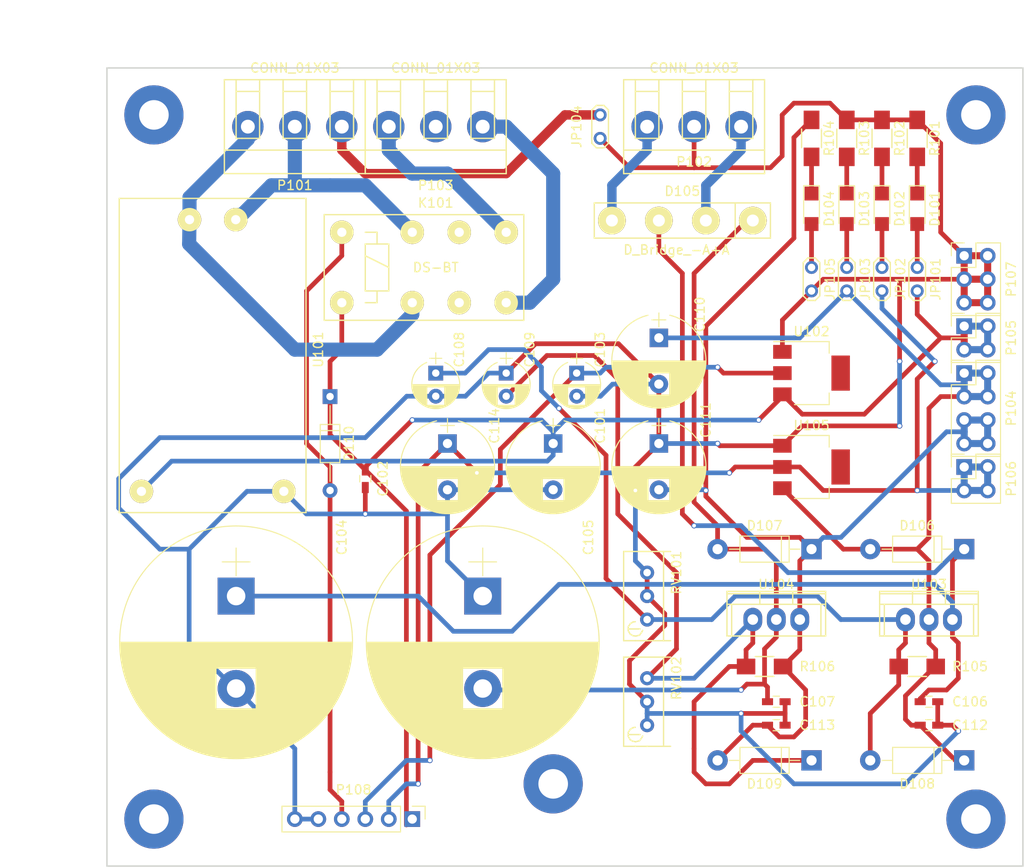
<source format=kicad_pcb>
(kicad_pcb (version 4) (host pcbnew 4.0.4+e1-6308~48~ubuntu15.10.1-stable)
  (layers (0 F.Cu signal) (31 B.Cu signal) (34 B.Paste user) (35 F.Paste user) (36 B.SilkS user) (37 F.SilkS user) (38 B.Mask user) (39 F.Mask user) (44 Edge.Cuts user))
  (net 0 "")
  (net 1 GND)
  (net 2 +5P)
  (net 3 +7.2V)
  (net 4 -7.2V)
  (net 5 +3V3)
  (net 6 +5V)
  (net 7 "Net-(D101-Pad2)")
  (net 8 "Net-(D101-Pad1)")
  (net 9 "Net-(D102-Pad2)")
  (net 10 "Net-(D102-Pad1)")
  (net 11 "Net-(D103-Pad2)")
  (net 12 "Net-(D103-Pad1)")
  (net 13 "Net-(D104-Pad2)")
  (net 14 "Net-(D104-Pad1)")
  (net 15 /K-AlimPreamp)
  (net 16 /Torique_0_Orange)
  (net 17 /Torique_9_Red)
  (net 18 /Terre)
  (net 19 /Phase)
  (net 20 /Torique_115_Brown)
  (net 21 /Neutre)
  (net 22 /Torique_0_Blue)
  (net 23 "Net-(C104-Pad1)")
  (net 24 "Net-(C105-Pad2)")
  (net 25 "Net-(C108-Pad1)")
  (net 26 "Net-(C109-Pad2)")
  (module franck:CONN_AK350_03_5.08 (layer F.Cu) (at 134.62 49.53 180)
    (fp_text reference P102 (at 5.08 -3.81 180) (layer F.SilkS))
    (fp_text value CONN_01X03 (at 5.08 6.35 180) (layer F.SilkS))
    (pad 1 thru_hole circle (at 0 0 180) (size 3.4 3.4) (drill 1.5) (layers *.Cu *.Mask) (net 16 /Torique_0_Orange))
    (pad 2 thru_hole circle (at 5.08 0 180) (size 3.4 3.4) (drill 1.5) (layers *.Cu *.Mask) (net 1 GND))
    (pad 3 thru_hole circle (at 10.16 0 180) (size 3.4 3.4) (drill 1.5) (layers *.Cu *.Mask) (net 17 /Torique_9_Red))
  )
  (module Capacitors_ThroughHole:CP_Radial_D25.0mm_P10.00mm_SnapIn (layer F.Cu) (at 80.01 100.33 270)
    (fp_text reference C104 (at -6.35 -11.43 270) (layer F.SilkS))
    (fp_text value 10000uF)
    (pad 1 thru_hole rect (at 0 0 270) (size 4 4) (drill 2) (layers *.Cu *.Mask) (net 23 "Net-(C104-Pad1)"))
    (pad 2 thru_hole circle (at 10 0 270) (size 4 4) (drill 2) (layers *.Cu *.Mask) (net 1 GND))
  )
  (module Capacitors_ThroughHole:CP_Radial_D25.0mm_P10.00mm_SnapIn (layer F.Cu) (at 106.68 100.33 270)
    (fp_text reference C105 (at -6.35 -11.43 270) (layer F.SilkS))
    (fp_text value 10000uF hide)
    (pad 1 thru_hole rect (at 0 0 270) (size 4 4) (drill 2) (layers *.Cu *.Mask) (net 1 GND))
    (pad 2 thru_hole circle (at 10 0 270) (size 4 4) (drill 2) (layers *.Cu *.Mask) (net 24 "Net-(C105-Pad2)"))
  )
  (module Capacitors_SMD:C_0603_HandSoldering (layer F.Cu) (at 154.94 111.76)
    (fp_text reference C106 (at 4.445 0) (layer F.SilkS))
    (fp_text value 100nF)
    (pad 1 smd rect (at -0.95 0) (size 1.2 0.75) (layers F.Cu F.Paste F.Mask) (net 23 "Net-(C104-Pad1)"))
    (pad 2 smd rect (at 0.95 0) (size 1.2 0.75) (layers F.Cu F.Paste F.Mask) (net 1 GND))
  )
  (module Capacitors_SMD:C_0603_HandSoldering (layer F.Cu) (at 138.43 111.76 180)
    (fp_text reference C107 (at -4.445 0 180) (layer F.SilkS))
    (fp_text value 100nF)
    (pad 1 smd rect (at -0.95 0 180) (size 1.2 0.75) (layers F.Cu F.Paste F.Mask) (net 1 GND))
    (pad 2 smd rect (at 0.95 0 180) (size 1.2 0.75) (layers F.Cu F.Paste F.Mask) (net 24 "Net-(C105-Pad2)"))
  )
  (module Capacitors_ThroughHole:CP_Radial_D10.0mm_P5.00mm (layer F.Cu) (at 114.3 83.82 270)
    (fp_text reference C101 (at -1.905 -5.08 450) (layer F.SilkS))
    (fp_text value 100uF)
    (pad 1 thru_hole rect (at 0 0 270) (size 2 2) (drill 1) (layers *.Cu *.Mask) (net 2 +5P))
    (pad 2 thru_hole circle (at 5 0 270) (size 2 2) (drill 1) (layers *.Cu *.Mask) (net 1 GND))
  )
  (module Capacitors_SMD:C_0603_HandSoldering (layer F.Cu) (at 93.98 87.63 270)
    (fp_text reference C102 (at 0 -1.9 270) (layer F.SilkS))
    (fp_text value 100nF)
    (pad 1 smd rect (at -0.95 0 270) (size 1.2 0.75) (layers F.Cu F.Paste F.Mask) (net 2 +5P))
    (pad 2 smd rect (at 0.95 0 270) (size 1.2 0.75) (layers F.Cu F.Paste F.Mask) (net 1 GND))
  )
  (module Capacitors_ThroughHole:CP_Radial_D5.0mm_P2.50mm (layer F.Cu) (at 101.6 76.2 270)
    (fp_text reference C108 (at -2.54 -2.54 270) (layer F.SilkS))
    (fp_text value 10uF)
    (pad 1 thru_hole rect (at 0 0 270) (size 1.6 1.6) (drill 0.8) (layers *.Cu *.Mask) (net 25 "Net-(C108-Pad1)"))
    (pad 2 thru_hole circle (at 2.5 0 270) (size 1.6 1.6) (drill 0.8) (layers *.Cu *.Mask) (net 1 GND))
  )
  (module Capacitors_ThroughHole:CP_Radial_D5.0mm_P2.50mm (layer F.Cu) (at 109.22 76.2 270)
    (fp_text reference C109 (at -2.54 -2.54 270) (layer F.SilkS))
    (fp_text value 10uF)
    (pad 1 thru_hole rect (at 0 0 270) (size 1.6 1.6) (drill 0.8) (layers *.Cu *.Mask) (net 1 GND))
    (pad 2 thru_hole circle (at 2.5 0 270) (size 1.6 1.6) (drill 0.8) (layers *.Cu *.Mask) (net 26 "Net-(C109-Pad2)"))
  )
  (module Capacitors_ThroughHole:CP_Radial_D10.0mm_P5.00mm (layer F.Cu) (at 125.73 72.39 270)
    (fp_text reference C110 (at -2.54 -4.445 450) (layer F.SilkS))
    (fp_text value 100uF)
    (pad 1 thru_hole rect (at 0 0 270) (size 2 2) (drill 1) (layers *.Cu *.Mask) (net 3 +7.2V))
    (pad 2 thru_hole circle (at 5 0 270) (size 2 2) (drill 1) (layers *.Cu *.Mask) (net 1 GND))
  )
  (module Capacitors_ThroughHole:CP_Radial_D10.0mm_P5.00mm (layer F.Cu) (at 125.73 83.82 270)
    (fp_text reference C111 (at -2.54 -5.08 450) (layer F.SilkS))
    (fp_text value 100uF)
    (pad 1 thru_hole rect (at 0 0 270) (size 2 2) (drill 1) (layers *.Cu *.Mask) (net 1 GND))
    (pad 2 thru_hole circle (at 5 0 270) (size 2 2) (drill 1) (layers *.Cu *.Mask) (net 4 -7.2V))
  )
  (module Capacitors_SMD:C_0603_HandSoldering (layer F.Cu) (at 154.94 114.3)
    (fp_text reference C112 (at 4.445 0) (layer F.SilkS))
    (fp_text value 100nF)
    (pad 1 smd rect (at -0.95 0) (size 1.2 0.75) (layers F.Cu F.Paste F.Mask) (net 3 +7.2V))
    (pad 2 smd rect (at 0.95 0) (size 1.2 0.75) (layers F.Cu F.Paste F.Mask) (net 1 GND))
  )
  (module Capacitors_SMD:C_0603_HandSoldering (layer F.Cu) (at 138.43 114.3 180)
    (fp_text reference C113 (at -4.445 0 180) (layer F.SilkS))
    (fp_text value 100nF)
    (pad 1 smd rect (at -0.95 0 180) (size 1.2 0.75) (layers F.Cu F.Paste F.Mask) (net 1 GND))
    (pad 2 smd rect (at 0.95 0 180) (size 1.2 0.75) (layers F.Cu F.Paste F.Mask) (net 4 -7.2V))
  )
  (module Capacitors_ThroughHole:CP_Radial_D10.0mm_P5.00mm (layer F.Cu) (at 102.87 83.82 270)
    (fp_text reference C114 (at -1.905 -5.08 450) (layer F.SilkS))
    (fp_text value 100uF)
    (pad 1 thru_hole rect (at 0 0 270) (size 2 2) (drill 1) (layers *.Cu *.Mask) (net 6 +5V))
    (pad 2 thru_hole circle (at 5 0 270) (size 2 2) (drill 1) (layers *.Cu *.Mask) (net 1 GND))
  )
  (module LEDs:LED_1206 (layer F.Cu) (at 153.67 58.42 270)
    (fp_text reference D101 (at 0 -1.905 270) (layer F.SilkS))
    (fp_text value LED)
    (pad 2 smd rect (at 1.65 0 90) (size 1.5 1.5) (layers F.Cu F.Paste F.Mask) (net 7 "Net-(D101-Pad2)"))
    (pad 1 smd rect (at -1.65 0 90) (size 1.5 1.5) (layers F.Cu F.Paste F.Mask) (net 8 "Net-(D101-Pad1)"))
  )
  (module LEDs:LED_1206 (layer F.Cu) (at 149.86 58.42 270)
    (fp_text reference D102 (at 0 -1.905 270) (layer F.SilkS))
    (fp_text value LED)
    (pad 2 smd rect (at 1.65 0 90) (size 1.5 1.5) (layers F.Cu F.Paste F.Mask) (net 9 "Net-(D102-Pad2)"))
    (pad 1 smd rect (at -1.65 0 90) (size 1.5 1.5) (layers F.Cu F.Paste F.Mask) (net 10 "Net-(D102-Pad1)"))
  )
  (module LEDs:LED_1206 (layer F.Cu) (at 146.05 58.42 270)
    (fp_text reference D103 (at 0 -1.905 270) (layer F.SilkS))
    (fp_text value LED)
    (pad 2 smd rect (at 1.65 0 90) (size 1.5 1.5) (layers F.Cu F.Paste F.Mask) (net 11 "Net-(D103-Pad2)"))
    (pad 1 smd rect (at -1.65 0 90) (size 1.5 1.5) (layers F.Cu F.Paste F.Mask) (net 12 "Net-(D103-Pad1)"))
  )
  (module LEDs:LED_1206 (layer F.Cu) (at 142.24 58.42 270)
    (fp_text reference D104 (at 0 -1.905 270) (layer F.SilkS))
    (fp_text value LED)
    (pad 2 smd rect (at 1.65 0 90) (size 1.5 1.5) (layers F.Cu F.Paste F.Mask) (net 13 "Net-(D104-Pad2)"))
    (pad 1 smd rect (at -1.65 0 90) (size 1.5 1.5) (layers F.Cu F.Paste F.Mask) (net 14 "Net-(D104-Pad1)"))
  )
  (module Diodes_ThroughHole:D_DO-41_SOD81_P10.16mm_Horizontal (layer F.Cu) (at 142.24 118.11 180)
    (fp_text reference D109 (at 5.08 -2.54 180) (layer F.SilkS))
    (fp_text value 1N4007)
    (pad 1 thru_hole rect (at 0 0 180) (size 2.2 2.2) (drill 1.1) (layers *.Cu *.Mask) (net 26 "Net-(C109-Pad2)"))
    (pad 2 thru_hole oval (at 10.16 0 180) (size 2.2 2.2) (drill 1.1) (layers *.Cu *.Mask) (net 4 -7.2V))
  )
  (module Measurement_Points:Test_Point_2Pads (layer F.Cu) (at 153.67 64.77 270)
    (fp_text reference JP101 (at 1.27 -2 270) (layer F.SilkS))
    (fp_text value JUMPER)
    (pad 1 thru_hole circle (at 0 0 270) (size 1.4 1.4) (drill 0.8128) (layers *.Cu *.Mask) (net 7 "Net-(D101-Pad2)"))
    (pad 2 thru_hole circle (at 2.54 0 270) (size 1.4 1.4) (drill 0.8128) (layers *.Cu *.Mask) (net 2 +5P))
  )
  (module Measurement_Points:Test_Point_2Pads (layer F.Cu) (at 149.86 64.77 270)
    (fp_text reference JP102 (at 1.27 -2 270) (layer F.SilkS))
    (fp_text value JUMPER)
    (pad 1 thru_hole circle (at 0 0 270) (size 1.4 1.4) (drill 0.8128) (layers *.Cu *.Mask) (net 9 "Net-(D102-Pad2)"))
    (pad 2 thru_hole circle (at 2.54 0 270) (size 1.4 1.4) (drill 0.8128) (layers *.Cu *.Mask) (net 6 +5V))
  )
  (module Measurement_Points:Test_Point_2Pads (layer F.Cu) (at 119.38 48.26 270)
    (fp_text reference JP104 (at 1.27 2.54 270) (layer F.SilkS))
    (fp_text value JUMPER)
    (pad 1 thru_hole circle (at 0 0 270) (size 1.4 1.4) (drill 0.8128) (layers *.Cu *.Mask) (net 18 /Terre))
    (pad 2 thru_hole circle (at 2.54 0 270) (size 1.4 1.4) (drill 0.8128) (layers *.Cu *.Mask) (net 1 GND))
  )
  (module Measurement_Points:Test_Point_2Pads (layer F.Cu) (at 146.05 64.77 270)
    (fp_text reference JP103 (at 1.27 -2 270) (layer F.SilkS))
    (fp_text value JUMPER)
    (pad 1 thru_hole circle (at 0 0 270) (size 1.4 1.4) (drill 0.8128) (layers *.Cu *.Mask) (net 11 "Net-(D103-Pad2)"))
    (pad 2 thru_hole circle (at 2.54 0 270) (size 1.4 1.4) (drill 0.8128) (layers *.Cu *.Mask) (net 3 +7.2V))
  )
  (module Measurement_Points:Test_Point_2Pads (layer F.Cu) (at 142.24 64.77 270)
    (fp_text reference JP105 (at 1.27 -2 270) (layer F.SilkS))
    (fp_text value JUMPER)
    (pad 1 thru_hole circle (at 0 0 270) (size 1.4 1.4) (drill 0.8128) (layers *.Cu *.Mask) (net 13 "Net-(D104-Pad2)"))
    (pad 2 thru_hole circle (at 2.54 0 270) (size 1.4 1.4) (drill 0.8128) (layers *.Cu *.Mask) (net 1 GND))
  )
  (module Pin_Headers:Pin_Header_Straight_2x02_Pitch2.54mm (layer F.Cu) (at 158.75 71.12)
    (fp_text reference P105 (at 5.08 1.27 90) (layer F.SilkS))
    (fp_text value CONN_02X02)
    (pad 1 thru_hole rect (at 0 0) (size 1.7 1.7) (drill 1) (layers *.Cu *.Mask) (net 2 +5P))
    (pad 2 thru_hole oval (at 2.54 0) (size 1.7 1.7) (drill 1) (layers *.Cu *.Mask) (net 2 +5P))
    (pad 3 thru_hole oval (at 0 2.54) (size 1.7 1.7) (drill 1) (layers *.Cu *.Mask) (net 2 +5P))
    (pad 4 thru_hole oval (at 2.54 2.54) (size 1.7 1.7) (drill 1) (layers *.Cu *.Mask) (net 2 +5P))
  )
  (module Pin_Headers:Pin_Header_Straight_2x03_Pitch2.54mm (layer F.Cu) (at 158.75 63.5)
    (fp_text reference P107 (at 5.08 2.54 90) (layer F.SilkS))
    (fp_text value CONN_02X03)
    (pad 1 thru_hole rect (at 0 0) (size 1.7 1.7) (drill 1) (layers *.Cu *.Mask) (net 1 GND))
    (pad 2 thru_hole oval (at 2.54 0) (size 1.7 1.7) (drill 1) (layers *.Cu *.Mask) (net 1 GND))
    (pad 3 thru_hole oval (at 0 2.54) (size 1.7 1.7) (drill 1) (layers *.Cu *.Mask) (net 1 GND))
    (pad 4 thru_hole oval (at 2.54 2.54) (size 1.7 1.7) (drill 1) (layers *.Cu *.Mask) (net 1 GND))
    (pad 5 thru_hole oval (at 0 5.08) (size 1.7 1.7) (drill 1) (layers *.Cu *.Mask) (net 1 GND))
    (pad 6 thru_hole oval (at 2.54 5.08) (size 1.7 1.7) (drill 1) (layers *.Cu *.Mask) (net 1 GND))
  )
  (module Resistors_SMD:R_1206_HandSoldering (layer F.Cu) (at 153.67 50.8 90)
    (fp_text reference R101 (at 0 1.905 90) (layer F.SilkS))
    (fp_text value 330)
    (pad 1 smd rect (at -2 0 90) (size 2 1.7) (layers F.Cu F.Paste F.Mask) (net 8 "Net-(D101-Pad1)"))
    (pad 2 smd rect (at 2 0 90) (size 2 1.7) (layers F.Cu F.Paste F.Mask) (net 1 GND))
  )
  (module Resistors_SMD:R_1206_HandSoldering (layer F.Cu) (at 149.86 50.8 90)
    (fp_text reference R102 (at 0 1.905 90) (layer F.SilkS))
    (fp_text value 330)
    (pad 1 smd rect (at -2 0 90) (size 2 1.7) (layers F.Cu F.Paste F.Mask) (net 10 "Net-(D102-Pad1)"))
    (pad 2 smd rect (at 2 0 90) (size 2 1.7) (layers F.Cu F.Paste F.Mask) (net 1 GND))
  )
  (module Resistors_SMD:R_1206_HandSoldering (layer F.Cu) (at 146.05 50.8 90)
    (fp_text reference R103 (at 0 1.905 90) (layer F.SilkS))
    (fp_text value 560)
    (pad 1 smd rect (at -2 0 90) (size 2 1.7) (layers F.Cu F.Paste F.Mask) (net 12 "Net-(D103-Pad1)"))
    (pad 2 smd rect (at 2 0 90) (size 2 1.7) (layers F.Cu F.Paste F.Mask) (net 1 GND))
  )
  (module Resistors_SMD:R_1206_HandSoldering (layer F.Cu) (at 142.24 50.8 90)
    (fp_text reference R104 (at 0 1.905 90) (layer F.SilkS))
    (fp_text value 560)
    (pad 1 smd rect (at -2 0 90) (size 2 1.7) (layers F.Cu F.Paste F.Mask) (net 14 "Net-(D104-Pad1)"))
    (pad 2 smd rect (at 2 0 90) (size 2 1.7) (layers F.Cu F.Paste F.Mask) (net 4 -7.2V))
  )
  (module Resistors_SMD:R_1206_HandSoldering (layer F.Cu) (at 153.67 107.95 180)
    (fp_text reference R105 (at -5.715 0 180) (layer F.SilkS))
    (fp_text value 220)
    (pad 1 smd rect (at -2 0 180) (size 2 1.7) (layers F.Cu F.Paste F.Mask) (net 3 +7.2V))
    (pad 2 smd rect (at 2 0 180) (size 2 1.7) (layers F.Cu F.Paste F.Mask) (net 25 "Net-(C108-Pad1)"))
  )
  (module Resistors_SMD:R_1206_HandSoldering (layer F.Cu) (at 137.16 107.95)
    (fp_text reference R106 (at 5.715 0) (layer F.SilkS))
    (fp_text value 220)
    (pad 1 smd rect (at -2 0) (size 2 1.7) (layers F.Cu F.Paste F.Mask) (net 26 "Net-(C109-Pad2)"))
    (pad 2 smd rect (at 2 0) (size 2 1.7) (layers F.Cu F.Paste F.Mask) (net 4 -7.2V))
  )
  (module Potentiometers:Potentiometer_Bourns_3296W_3-8Zoll_Inline_ScrewUp (layer F.Cu) (at 124.46 102.87)
    (fp_text reference RV101 (at 3.175 -5.08 90) (layer F.SilkS))
    (fp_text value 2.2K)
    (pad 2 thru_hole circle (at 0 -2.54) (size 1.524 1.524) (drill 0.8128) (layers *.Cu *.Mask) (net 1 GND))
    (pad 3 thru_hole circle (at 0 -5.08) (size 1.524 1.524) (drill 0.8128) (layers *.Cu *.Mask) (net 1 GND))
    (pad 1 thru_hole circle (at 0 0) (size 1.524 1.524) (drill 0.8128) (layers *.Cu *.Mask) (net 25 "Net-(C108-Pad1)"))
  )
  (module Potentiometers:Potentiometer_Bourns_3296W_3-8Zoll_Inline_ScrewUp (layer F.Cu) (at 124.46 114.3)
    (fp_text reference RV102 (at 3.175 -5.08 90) (layer F.SilkS))
    (fp_text value 2.2K)
    (pad 2 thru_hole circle (at 0 -2.54) (size 1.524 1.524) (drill 0.8128) (layers *.Cu *.Mask) (net 1 GND))
    (pad 3 thru_hole circle (at 0 -5.08) (size 1.524 1.524) (drill 0.8128) (layers *.Cu *.Mask) (net 26 "Net-(C109-Pad2)"))
    (pad 1 thru_hole circle (at 0 0) (size 1.524 1.524) (drill 0.8128) (layers *.Cu *.Mask) (net 1 GND))
  )
  (module franck:HLK-PM01 (layer F.Cu) (at 77.47 74.295 270)
    (fp_text reference U101 (at -0.635 -11.43 270) (layer F.SilkS))
    (fp_text value HLK-PM01)
    (pad 1 thru_hole circle (at -14.7 -2.5 270) (size 2.54 2.54) (drill 1) (layers *.Cu *.Mask F.SilkS) (net 21 /Neutre))
    (pad 2 thru_hole circle (at -14.7 2.5 270) (size 2.54 2.54) (drill 1) (layers *.Cu *.Mask F.SilkS) (net 19 /Phase))
    (pad 3 thru_hole circle (at 14.7 -7.7 270) (size 2.54 2.54) (drill 1) (layers *.Cu *.Mask F.SilkS) (net 1 GND))
    (pad 4 thru_hole circle (at 14.7 7.7 270) (size 2.54 2.54) (drill 1) (layers *.Cu *.Mask F.SilkS) (net 2 +5P))
  )
  (module Power_Integrations:TO-220 (layer F.Cu) (at 154.94 102.87)
    (fp_text reference U103 (at 0 -3.81) (layer F.SilkS))
    (fp_text value LM317AT/NOPB)
    (pad 2 thru_hole oval (at 0 0) (size 2.032 2.54) (drill 1.143) (layers *.Cu *.Mask) (net 3 +7.2V))
    (pad 3 thru_hole oval (at 2.54 0) (size 2.032 2.54) (drill 1.143) (layers *.Cu *.Mask) (net 23 "Net-(C104-Pad1)"))
    (pad 1 thru_hole oval (at -2.54 0) (size 2.032 2.54) (drill 1.143) (layers *.Cu *.Mask) (net 25 "Net-(C108-Pad1)"))
  )
  (module Power_Integrations:TO-220 (layer F.Cu) (at 138.43 102.87)
    (fp_text reference U104 (at 0 -3.81) (layer F.SilkS))
    (fp_text value LM337T/NOPB)
    (pad 2 thru_hole oval (at 0 0) (size 2.032 2.54) (drill 1.143) (layers *.Cu *.Mask) (net 24 "Net-(C105-Pad2)"))
    (pad 3 thru_hole oval (at 2.54 0) (size 2.032 2.54) (drill 1.143) (layers *.Cu *.Mask) (net 4 -7.2V))
    (pad 1 thru_hole oval (at -2.54 0) (size 2.032 2.54) (drill 1.143) (layers *.Cu *.Mask) (net 26 "Net-(C109-Pad2)"))
  )
  (module TO_SOT_Packages_SMD:SOT-223 (layer F.Cu) (at 142.24 76.2)
    (fp_text reference U102 (at 0 -4.5) (layer F.SilkS))
    (fp_text value AMS117)
    (pad 4 smd rect (at 3.15 0) (size 2 3.8) (layers F.Cu F.Paste F.Mask))
    (pad 2 smd rect (at -3.15 0) (size 2 1.5) (layers F.Cu F.Paste F.Mask) (net 5 +3V3))
    (pad 3 smd rect (at -3.15 2.3) (size 2 1.5) (layers F.Cu F.Paste F.Mask) (net 2 +5P))
    (pad 1 smd rect (at -3.15 -2.3) (size 2 1.5) (layers F.Cu F.Paste F.Mask) (net 1 GND))
  )
  (module TO_SOT_Packages_SMD:SOT-223 (layer F.Cu) (at 142.24 86.36)
    (fp_text reference U105 (at 0 -4.5) (layer F.SilkS))
    (fp_text value LT1117)
    (pad 4 smd rect (at 3.15 0) (size 2 3.8) (layers F.Cu F.Paste F.Mask))
    (pad 2 smd rect (at -3.15 0) (size 2 1.5) (layers F.Cu F.Paste F.Mask) (net 6 +5V))
    (pad 3 smd rect (at -3.15 2.3) (size 2 1.5) (layers F.Cu F.Paste F.Mask) (net 3 +7.2V))
    (pad 1 smd rect (at -3.15 -2.3) (size 2 1.5) (layers F.Cu F.Paste F.Mask) (net 1 GND))
  )
  (module franck:CONN_AK350_03_5.08 (layer F.Cu) (at 91.44 49.53 180)
    (fp_text reference P101 (at 5.08 -6.35 180) (layer F.SilkS))
    (fp_text value CONN_01X03 (at 5.08 6.35 180) (layer F.SilkS))
    (pad 1 thru_hole circle (at 0 0 180) (size 3.4 3.4) (drill 1.5) (layers *.Cu *.Mask) (net 18 /Terre))
    (pad 2 thru_hole circle (at 5.08 0 180) (size 3.4 3.4) (drill 1.5) (layers *.Cu *.Mask) (net 21 /Neutre))
    (pad 3 thru_hole circle (at 10.16 0 180) (size 3.4 3.4) (drill 1.5) (layers *.Cu *.Mask) (net 19 /Phase))
  )
  (module franck:CONN_AK350_03_5.08 (layer F.Cu) (at 106.68 49.53 180)
    (fp_text reference P103 (at 5.08 -6.35 180) (layer F.SilkS))
    (fp_text value CONN_01X03 (at 5.08 6.35 180) (layer F.SilkS))
    (pad 1 thru_hole circle (at 0 0 180) (size 3.4 3.4) (drill 1.5) (layers *.Cu *.Mask) (net 20 /Torique_115_Brown))
    (pad 2 thru_hole circle (at 5.08 0 180) (size 3.4 3.4) (drill 1.5) (layers *.Cu *.Mask))
    (pad 3 thru_hole circle (at 10.16 0 180) (size 3.4 3.4) (drill 1.5) (layers *.Cu *.Mask) (net 22 /Torique_0_Blue))
  )
  (module franck:Relay_DS-BT_Nais (layer F.Cu) (at 91.44 68.58)
    (fp_text reference K101 (at 10.16 -10.795) (layer F.SilkS))
    (fp_text value DS-BT (at 10.16 -3.81) (layer F.SilkS))
    (pad 16 thru_hole circle (at 0 -7.62) (size 2.54 2.54) (drill 1) (layers *.Cu *.Mask F.SilkS) (net 15 /K-AlimPreamp))
    (pad 1 thru_hole circle (at 0 0) (size 2.54 2.54) (drill 1) (layers *.Cu *.Mask F.SilkS) (net 2 +5P))
    (pad 4 thru_hole circle (at 7.62 0) (size 2.54 2.54) (drill 1) (layers *.Cu *.Mask F.SilkS) (net 19 /Phase))
    (pad 6 thru_hole circle (at 12.7 0) (size 2.54 2.54) (drill 1) (layers *.Cu *.Mask F.SilkS))
    (pad 8 thru_hole circle (at 17.78 0) (size 2.54 2.54) (drill 1) (layers *.Cu *.Mask F.SilkS) (net 20 /Torique_115_Brown))
    (pad 13 thru_hole circle (at 7.62 -7.62) (size 2.54 2.54) (drill 1) (layers *.Cu *.Mask F.SilkS) (net 21 /Neutre))
    (pad 11 thru_hole circle (at 12.7 -7.62) (size 2.54 2.54) (drill 1) (layers *.Cu *.Mask F.SilkS))
    (pad 9 thru_hole circle (at 17.78 -7.62) (size 2.54 2.54) (drill 1) (layers *.Cu *.Mask F.SilkS) (net 22 /Torique_0_Blue))
  )
  (module Diodes_ThroughHole:D_DO-35_SOD27_P10.16mm_Horizontal (layer F.Cu) (at 90.17 78.74 270)
    (fp_text reference D110 (at 5.08 -2.06 270) (layer F.SilkS))
    (fp_text value 1N4148)
    (pad 1 thru_hole rect (at 0 0 270) (size 1.6 1.6) (drill 0.8) (layers *.Cu *.Mask) (net 2 +5P))
    (pad 2 thru_hole oval (at 10.16 0 270) (size 1.6 1.6) (drill 0.8) (layers *.Cu *.Mask) (net 15 /K-AlimPreamp))
  )
  (module Diodes_ThroughHole:D_DO-41_SOD81_P10.16mm_Horizontal (layer F.Cu) (at 158.75 95.25 180)
    (fp_text reference D106 (at 5.08 2.54 180) (layer F.SilkS))
    (fp_text value 1N4007)
    (pad 1 thru_hole rect (at 0 0 180) (size 2.2 2.2) (drill 1.1) (layers *.Cu *.Mask) (net 23 "Net-(C104-Pad1)"))
    (pad 2 thru_hole oval (at 10.16 0 180) (size 2.2 2.2) (drill 1.1) (layers *.Cu *.Mask) (net 3 +7.2V))
  )
  (module Diodes_ThroughHole:D_DO-41_SOD81_P10.16mm_Horizontal (layer F.Cu) (at 142.24 95.25 180)
    (fp_text reference D107 (at 5.08 2.54 180) (layer F.SilkS))
    (fp_text value 1N4007)
    (pad 1 thru_hole rect (at 0 0 180) (size 2.2 2.2) (drill 1.1) (layers *.Cu *.Mask) (net 4 -7.2V))
    (pad 2 thru_hole oval (at 10.16 0 180) (size 2.2 2.2) (drill 1.1) (layers *.Cu *.Mask) (net 24 "Net-(C105-Pad2)"))
  )
  (module Diodes_ThroughHole:D_DO-41_SOD81_P10.16mm_Horizontal (layer F.Cu) (at 158.75 118.11 180)
    (fp_text reference D108 (at 5.08 -2.54 180) (layer F.SilkS))
    (fp_text value 1N4007)
    (pad 1 thru_hole rect (at 0 0 180) (size 2.2 2.2) (drill 1.1) (layers *.Cu *.Mask) (net 3 +7.2V))
    (pad 2 thru_hole oval (at 10.16 0 180) (size 2.2 2.2) (drill 1.1) (layers *.Cu *.Mask) (net 25 "Net-(C108-Pad1)"))
  )
  (module franck:Bridge (layer F.Cu) (at 128.27 59.69 180)
    (fp_text reference D105 (at 0 3.175 180) (layer F.SilkS))
    (fp_text value D_Bridge_-A+A (at 0.635 -3.175 180) (layer F.SilkS))
    (pad 1 thru_hole circle (at -7.62 0 180) (size 3 3) (drill 1.3) (layers *.Cu *.Mask F.SilkS) (net 24 "Net-(C105-Pad2)"))
    (pad 2 thru_hole circle (at -2.54 0 180) (size 3 3) (drill 1.3) (layers *.Cu *.Mask F.SilkS) (net 16 /Torique_0_Orange))
    (pad 3 thru_hole circle (at 2.54 0 180) (size 3 3) (drill 1.3) (layers *.Cu *.Mask F.SilkS) (net 23 "Net-(C104-Pad1)"))
    (pad 4 thru_hole circle (at 7.62 0 180) (size 3 3) (drill 1.3) (layers *.Cu *.Mask F.SilkS) (net 17 /Torique_9_Red))
  )
  (module Capacitors_ThroughHole:CP_Radial_D5.0mm_P2.50mm (layer F.Cu) (at 116.84 76.2 270)
    (fp_text reference C103 (at -2.54 -2.54 270) (layer F.SilkS))
    (fp_text value 10uF)
    (pad 1 thru_hole rect (at 0 0 270) (size 1.6 1.6) (drill 0.8) (layers *.Cu *.Mask) (net 5 +3V3))
    (pad 2 thru_hole circle (at 2.5 0 270) (size 1.6 1.6) (drill 0.8) (layers *.Cu *.Mask) (net 1 GND))
  )
  (module Pin_Headers:Pin_Header_Straight_2x04_Pitch2.54mm (layer F.Cu) (at 158.75 76.2)
    (fp_text reference P104 (at 5.08 3.81 90) (layer F.SilkS))
    (fp_text value CONN_02X04)
    (pad 1 thru_hole rect (at 0 0) (size 1.7 1.7) (drill 1) (layers *.Cu *.Mask) (net 3 +7.2V))
    (pad 2 thru_hole oval (at 2.54 0) (size 1.7 1.7) (drill 1) (layers *.Cu *.Mask) (net 3 +7.2V))
    (pad 3 thru_hole oval (at 0 2.54) (size 1.7 1.7) (drill 1) (layers *.Cu *.Mask) (net 3 +7.2V))
    (pad 4 thru_hole oval (at 2.54 2.54) (size 1.7 1.7) (drill 1) (layers *.Cu *.Mask) (net 3 +7.2V))
    (pad 5 thru_hole oval (at 0 5.08) (size 1.7 1.7) (drill 1) (layers *.Cu *.Mask) (net 4 -7.2V))
    (pad 6 thru_hole oval (at 2.54 5.08) (size 1.7 1.7) (drill 1) (layers *.Cu *.Mask) (net 4 -7.2V))
    (pad 7 thru_hole oval (at 0 7.62) (size 1.7 1.7) (drill 1) (layers *.Cu *.Mask) (net 4 -7.2V))
    (pad 8 thru_hole oval (at 2.54 7.62) (size 1.7 1.7) (drill 1) (layers *.Cu *.Mask) (net 4 -7.2V))
  )
  (module Pin_Headers:Pin_Header_Straight_2x02_Pitch2.54mm (layer F.Cu) (at 158.75 86.36)
    (fp_text reference P106 (at 5.08 1.27 90) (layer F.SilkS))
    (fp_text value CONN_02X02)
    (pad 1 thru_hole rect (at 0 0) (size 1.7 1.7) (drill 1) (layers *.Cu *.Mask) (net 6 +5V))
    (pad 2 thru_hole oval (at 2.54 0) (size 1.7 1.7) (drill 1) (layers *.Cu *.Mask) (net 6 +5V))
    (pad 3 thru_hole oval (at 0 2.54) (size 1.7 1.7) (drill 1) (layers *.Cu *.Mask) (net 6 +5V))
    (pad 4 thru_hole oval (at 2.54 2.54) (size 1.7 1.7) (drill 1) (layers *.Cu *.Mask) (net 6 +5V))
  )
  (module Pin_Headers:Pin_Header_Straight_1x06_Pitch2.54mm (layer F.Cu) (at 99.06 124.46 270)
    (fp_text reference P108 (at -3.175 6.35 360) (layer F.SilkS))
    (fp_text value CONN_01X06)
    (pad 1 thru_hole rect (at 0 0 270) (size 1.7 1.7) (drill 1) (layers *.Cu *.Mask) (net 2 +5P))
    (pad 2 thru_hole oval (at 0 2.54 270) (size 1.7 1.7) (drill 1) (layers *.Cu *.Mask) (net 6 +5V))
    (pad 3 thru_hole oval (at 0 5.08 270) (size 1.7 1.7) (drill 1) (layers *.Cu *.Mask) (net 5 +3V3))
    (pad 4 thru_hole oval (at 0 7.62 270) (size 1.7 1.7) (drill 1) (layers *.Cu *.Mask) (net 15 /K-AlimPreamp))
    (pad 5 thru_hole oval (at 0 10.16 270) (size 1.7 1.7) (drill 1) (layers *.Cu *.Mask) (net 1 GND))
    (pad 6 thru_hole oval (at 0 12.7 270) (size 1.7 1.7) (drill 1) (layers *.Cu *.Mask) (net 1 GND))
  )
  (module Mounting_Holes:MountingHole_3.2mm_M3_Pad (layer F.Cu) (at 71.12 48.26)
    (fp_text reference REF** hide)
    (fp_text value MountingHole_3.2mm_M3_Pad hide)
    (pad 1 thru_hole circle (at 0 0) (size 6.4 6.4) (drill 3.2) (layers *.Cu *.Mask))
  )
  (module Mounting_Holes:MountingHole_3.2mm_M3_Pad (layer F.Cu) (at 114.3 120.65)
    (fp_text reference REF** hide)
    (fp_text value MountingHole_3.2mm_M3_Pad hide)
    (pad 1 thru_hole circle (at 0 0) (size 6.4 6.4) (drill 3.2) (layers *.Cu *.Mask))
  )
  (module Mounting_Holes:MountingHole_3.2mm_M3_Pad (layer F.Cu) (at 160.02 48.26)
    (fp_text reference REF** hide)
    (fp_text value MountingHole_3.2mm_M3_Pad hide)
    (pad 1 thru_hole circle (at 0 0) (size 6.4 6.4) (drill 3.2) (layers *.Cu *.Mask))
  )
  (module Mounting_Holes:MountingHole_3.2mm_M3_Pad (layer F.Cu) (at 71.12 124.46)
    (fp_text reference REF** hide)
    (fp_text value MountingHole_3.2mm_M3_Pad hide)
    (pad 1 thru_hole circle (at 0 0) (size 6.4 6.4) (drill 3.2) (layers *.Cu *.Mask))
  )
  (module Mounting_Holes:MountingHole_3.2mm_M3_Pad (layer F.Cu) (at 160.02 124.46)
    (fp_text reference REF** hide)
    (fp_text value MountingHole_3.2mm_M3_Pad hide)
    (pad 1 thru_hole circle (at 0 0) (size 6.4 6.4) (drill 3.2) (layers *.Cu *.Mask))
  )
  (gr_line (start 165.1 43.18) (end 165.1 129.54) (angle 90) (layer Edge.Cuts) (width 0.15))
  (gr_line (start 66.04 43.18) (end 66.04 129.54) (angle 90) (layer Edge.Cuts) (width 0.15))
  (gr_line (start 165.1 129.54) (end 66.04 129.54) (angle 90) (layer Edge.Cuts) (width 0.15))
  (gr_line (start 66.04 43.18) (end 165.1 43.18) (angle 90) (layer Edge.Cuts) (width 0.15))
  (segment (start 151.765 66.04) (end 151.765 74.93) (width 0.508) (layer F.Cu) (net 1))
  (segment (start 141.235 81.915) (end 139.09 84.06) (width 0.508) (layer F.Cu) (net 1))
  (segment (start 151.765 81.915) (end 141.235 81.915) (width 0.508) (layer F.Cu) (net 1))
  (via (at 151.765 81.915) (size 0.6) (drill 0.4) (layers F.Cu B.Cu) (net 1))
  (segment (start 151.765 74.93) (end 151.765 81.915) (width 0.508) (layer B.Cu) (net 1))
  (via (at 151.765 74.93) (size 0.6) (drill 0.4) (layers F.Cu B.Cu) (net 1))
  (segment (start 74.93 95.25) (end 71.755 95.25) (width 0.508) (layer B.Cu) (net 1))
  (segment (start 98.465 78.7) (end 101.6 78.7) (width 0.508) (layer B.Cu) (net 1))
  (segment (start 93.98 83.185) (end 98.465 78.7) (width 0.508) (layer B.Cu) (net 1))
  (segment (start 71.755 83.185) (end 93.98 83.185) (width 0.508) (layer B.Cu) (net 1))
  (segment (start 67.31 87.63) (end 71.755 83.185) (width 0.508) (layer B.Cu) (net 1))
  (segment (start 67.31 90.805) (end 67.31 87.63) (width 0.508) (layer B.Cu) (net 1))
  (segment (start 71.755 95.25) (end 67.31 90.805) (width 0.508) (layer B.Cu) (net 1))
  (segment (start 124.46 100.33) (end 126.365 102.235) (width 0.508) (layer F.Cu) (net 1))
  (segment (start 122.555 109.855) (end 124.46 111.76) (width 0.508) (layer F.Cu) (net 1))
  (segment (start 122.555 107.315) (end 122.555 109.855) (width 0.508) (layer F.Cu) (net 1))
  (segment (start 126.365 103.505) (end 122.555 107.315) (width 0.508) (layer F.Cu) (net 1))
  (segment (start 126.365 102.235) (end 126.365 103.505) (width 0.508) (layer F.Cu) (net 1))
  (segment (start 134.62 113.03) (end 134.62 114.935) (width 0.508) (layer B.Cu) (net 1))
  (segment (start 157.48 114.3) (end 155.89 114.3) (width 0.508) (layer F.Cu) (net 1))
  (segment (start 158.115 114.935) (end 157.48 114.3) (width 0.508) (layer F.Cu) (net 1))
  (via (at 158.115 114.935) (size 0.6) (drill 0.4) (layers F.Cu B.Cu) (net 1))
  (segment (start 152.4 120.65) (end 158.115 114.935) (width 0.508) (layer B.Cu) (net 1))
  (segment (start 140.335 120.65) (end 152.4 120.65) (width 0.508) (layer B.Cu) (net 1))
  (segment (start 134.62 114.935) (end 140.335 120.65) (width 0.508) (layer B.Cu) (net 1))
  (segment (start 139.38 113.03) (end 134.62 113.03) (width 0.508) (layer F.Cu) (net 1))
  (segment (start 134.62 113.03) (end 124.46 113.03) (width 0.508) (layer B.Cu) (net 1))
  (via (at 134.62 113.03) (size 0.6) (drill 0.4) (layers F.Cu B.Cu) (net 1))
  (segment (start 139.38 111.76) (end 139.38 113.03) (width 0.508) (layer F.Cu) (net 1))
  (segment (start 139.38 113.03) (end 139.38 114.3) (width 0.508) (layer F.Cu) (net 1))
  (segment (start 155.89 111.76) (end 155.89 114.3) (width 0.508) (layer F.Cu) (net 1))
  (via (at 93.98 91.44) (size 0.6) (drill 0.4) (layers F.Cu B.Cu) (net 1))
  (segment (start 93.98 91.44) (end 93.98 88.58) (width 0.508) (layer F.Cu) (net 1))
  (segment (start 85.17 88.995) (end 87.615 91.44) (width 0.508) (layer B.Cu) (net 1))
  (segment (start 87.615 91.44) (end 93.98 91.44) (width 0.508) (layer B.Cu) (net 1))
  (segment (start 93.98 91.44) (end 102.87 91.44) (width 0.508) (layer B.Cu) (net 1))
  (segment (start 125.73 77.39) (end 121.365 73.025) (width 0.508) (layer F.Cu) (net 1))
  (segment (start 112.395 73.025) (end 109.22 76.2) (width 0.508) (layer F.Cu) (net 1))
  (segment (start 121.365 73.025) (end 112.395 73.025) (width 0.508) (layer F.Cu) (net 1))
  (segment (start 125.73 83.82) (end 125.73 77.39) (width 0.508) (layer F.Cu) (net 1))
  (segment (start 124.46 97.79) (end 123.19 96.52) (width 0.508) (layer B.Cu) (net 1))
  (segment (start 123.19 86.36) (end 125.73 83.82) (width 0.508) (layer F.Cu) (net 1))
  (segment (start 123.19 88.9) (end 123.19 86.36) (width 0.508) (layer F.Cu) (net 1))
  (via (at 123.19 88.9) (size 0.6) (drill 0.4) (layers F.Cu B.Cu) (net 1))
  (segment (start 123.19 96.52) (end 123.19 88.9) (width 0.508) (layer B.Cu) (net 1))
  (segment (start 125.73 83.82) (end 132.08 83.82) (width 0.508) (layer B.Cu) (net 1))
  (segment (start 132.32 84.06) (end 139.09 84.06) (width 0.508) (layer F.Cu) (net 1))
  (segment (start 132.08 83.82) (end 132.32 84.06) (width 0.508) (layer F.Cu) (net 1))
  (via (at 132.08 83.82) (size 0.6) (drill 0.4) (layers F.Cu B.Cu) (net 1))
  (segment (start 129.54 49.53) (end 129.54 53.975) (width 0.508) (layer F.Cu) (net 1))
  (segment (start 149.86 48.8) (end 153.67 48.8) (width 0.508) (layer F.Cu) (net 1))
  (segment (start 146.05 48.8) (end 149.86 48.8) (width 0.508) (layer F.Cu) (net 1))
  (segment (start 119.38 50.8) (end 122.555 53.975) (width 0.508) (layer F.Cu) (net 1))
  (segment (start 144.24 46.99) (end 146.05 48.8) (width 0.508) (layer F.Cu) (net 1))
  (segment (start 140.335 46.99) (end 144.24 46.99) (width 0.508) (layer F.Cu) (net 1))
  (segment (start 139.065 48.26) (end 140.335 46.99) (width 0.508) (layer F.Cu) (net 1))
  (segment (start 139.065 52.705) (end 139.065 48.26) (width 0.508) (layer F.Cu) (net 1))
  (segment (start 137.795 53.975) (end 139.065 52.705) (width 0.508) (layer F.Cu) (net 1))
  (segment (start 122.555 53.975) (end 129.54 53.975) (width 0.508) (layer F.Cu) (net 1))
  (segment (start 129.54 53.975) (end 137.795 53.975) (width 0.508) (layer F.Cu) (net 1))
  (segment (start 153.67 48.8) (end 156.21 51.34) (width 0.508) (layer F.Cu) (net 1))
  (segment (start 156.21 51.34) (end 156.21 60.96) (width 0.508) (layer F.Cu) (net 1))
  (segment (start 156.21 60.96) (end 158.75 63.5) (width 0.508) (layer F.Cu) (net 1))
  (segment (start 158.75 66.04) (end 158.75 63.5) (width 0.762) (layer F.Cu) (net 1))
  (segment (start 158.75 63.5) (end 161.29 63.5) (width 0.762) (layer F.Cu) (net 1))
  (segment (start 161.29 63.5) (end 161.29 66.04) (width 0.762) (layer F.Cu) (net 1))
  (segment (start 161.29 66.04) (end 161.29 68.58) (width 0.762) (layer F.Cu) (net 1))
  (segment (start 161.29 68.58) (end 158.75 68.58) (width 0.762) (layer F.Cu) (net 1))
  (segment (start 158.75 68.58) (end 158.75 66.04) (width 0.762) (layer F.Cu) (net 1))
  (segment (start 158.75 66.04) (end 161.29 66.04) (width 0.762) (layer F.Cu) (net 1))
  (segment (start 142.24 67.31) (end 143.51 66.04) (width 0.508) (layer F.Cu) (net 1))
  (segment (start 143.51 66.04) (end 151.765 66.04) (width 0.508) (layer F.Cu) (net 1))
  (segment (start 151.765 66.04) (end 158.75 66.04) (width 0.508) (layer F.Cu) (net 1))
  (segment (start 142.24 67.31) (end 139.09 70.46) (width 0.508) (layer F.Cu) (net 1))
  (segment (start 139.09 70.46) (end 139.09 73.9) (width 0.508) (layer F.Cu) (net 1))
  (segment (start 116.84 78.7) (end 119.42 78.7) (width 0.508) (layer B.Cu) (net 1))
  (segment (start 119.42 78.7) (end 120.73 77.39) (width 0.508) (layer B.Cu) (net 1))
  (segment (start 120.73 77.39) (end 125.73 77.39) (width 0.508) (layer B.Cu) (net 1))
  (segment (start 101.6 78.7) (end 104.815 78.7) (width 0.508) (layer B.Cu) (net 1))
  (segment (start 107.315 76.2) (end 109.22 76.2) (width 0.508) (layer B.Cu) (net 1))
  (segment (start 104.815 78.7) (end 107.315 76.2) (width 0.508) (layer B.Cu) (net 1))
  (segment (start 102.87 88.82) (end 114.3 88.82) (width 0.508) (layer B.Cu) (net 1))
  (segment (start 102.87 88.82) (end 102.87 91.44) (width 0.508) (layer B.Cu) (net 1))
  (segment (start 102.87 91.44) (end 102.87 96.52) (width 0.508) (layer B.Cu) (net 1))
  (segment (start 102.87 96.52) (end 106.68 100.33) (width 0.508) (layer B.Cu) (net 1))
  (segment (start 80.01 110.33) (end 79.85 110.33) (width 0.508) (layer B.Cu) (net 1))
  (segment (start 79.85 110.33) (end 74.93 105.41) (width 0.508) (layer B.Cu) (net 1))
  (segment (start 81.185 88.995) (end 85.17 88.995) (width 0.508) (layer B.Cu) (net 1))
  (segment (start 74.93 95.25) (end 81.185 88.995) (width 0.508) (layer B.Cu) (net 1))
  (segment (start 74.93 105.41) (end 74.93 95.25) (width 0.508) (layer B.Cu) (net 1))
  (segment (start 86.36 124.46) (end 86.36 116.84) (width 0.508) (layer B.Cu) (net 1))
  (segment (start 86.36 116.84) (end 80.01 110.33) (width 0.508) (layer B.Cu) (net 1))
  (segment (start 88.9 124.46) (end 86.36 124.46) (width 0.508) (layer B.Cu) (net 1))
  (segment (start 124.46 111.76) (end 124.46 113.03) (width 0.508) (layer B.Cu) (net 1))
  (segment (start 124.46 113.03) (end 124.46 114.3) (width 0.508) (layer B.Cu) (net 1))
  (segment (start 124.46 100.33) (end 124.46 97.79) (width 0.508) (layer F.Cu) (net 1))
  (segment (start 156.21 72.39) (end 153.67 69.85) (width 0.508) (layer F.Cu) (net 2))
  (segment (start 153.67 69.85) (end 153.67 67.31) (width 0.508) (layer F.Cu) (net 2))
  (segment (start 114.3 83.82) (end 114.3 82.55) (width 0.508) (layer B.Cu) (net 2))
  (segment (start 114.3 82.55) (end 113.03 81.28) (width 0.508) (layer B.Cu) (net 2))
  (segment (start 99.06 81.28) (end 93.98 86.36) (width 0.508) (layer F.Cu) (net 2))
  (via (at 99.06 81.28) (size 0.6) (drill 0.4) (layers F.Cu B.Cu) (net 2))
  (segment (start 99.06 81.28) (end 99.06 81.28) (width 0.508) (layer B.Cu) (net 2))
  (segment (start 113.03 81.28) (end 99.06 81.28) (width 0.508) (layer B.Cu) (net 2))
  (segment (start 93.98 86.36) (end 93.98 86.68) (width 0.508) (layer F.Cu) (net 2))
  (segment (start 136.525 81.28) (end 139.09 78.715) (width 0.508) (layer F.Cu) (net 2))
  (via (at 136.525 81.28) (size 0.6) (drill 0.4) (layers F.Cu B.Cu) (net 2))
  (segment (start 136.525 81.28) (end 136.525 81.28) (width 0.508) (layer B.Cu) (net 2))
  (segment (start 115.57 81.28) (end 136.525 81.28) (width 0.508) (layer B.Cu) (net 2))
  (segment (start 114.3 82.55) (end 115.57 81.28) (width 0.508) (layer B.Cu) (net 2))
  (segment (start 139.09 78.715) (end 139.09 78.5) (width 0.508) (layer F.Cu) (net 2))
  (segment (start 158.75 72.39) (end 158.75 73.66) (width 0.762) (layer F.Cu) (net 2))
  (segment (start 139.09 78.5) (end 141.235 80.645) (width 0.508) (layer F.Cu) (net 2))
  (segment (start 141.235 80.645) (end 147.955 80.645) (width 0.508) (layer F.Cu) (net 2))
  (segment (start 147.955 80.645) (end 156.21 72.39) (width 0.508) (layer F.Cu) (net 2))
  (segment (start 156.21 72.39) (end 158.75 72.39) (width 0.508) (layer F.Cu) (net 2))
  (segment (start 158.75 72.39) (end 158.75 71.12) (width 0.762) (layer F.Cu) (net 2))
  (segment (start 93.98 86.68) (end 98.425 91.125) (width 0.508) (layer F.Cu) (net 2))
  (segment (start 98.425 91.125) (end 98.425 125.095) (width 0.508) (layer F.Cu) (net 2))
  (segment (start 114.3 83.82) (end 114.3 85.09) (width 0.508) (layer B.Cu) (net 2))
  (segment (start 73.04 85.725) (end 69.77 88.995) (width 0.508) (layer B.Cu) (net 2))
  (segment (start 113.665 85.725) (end 73.04 85.725) (width 0.508) (layer B.Cu) (net 2))
  (segment (start 114.3 85.09) (end 113.665 85.725) (width 0.508) (layer B.Cu) (net 2))
  (segment (start 90.17 78.74) (end 90.17 82.87) (width 0.508) (layer F.Cu) (net 2))
  (segment (start 90.17 82.87) (end 93.98 86.68) (width 0.508) (layer F.Cu) (net 2))
  (segment (start 91.44 68.58) (end 91.44 73.66) (width 0.508) (layer F.Cu) (net 2))
  (segment (start 90.17 74.93) (end 90.17 78.74) (width 0.508) (layer F.Cu) (net 2))
  (segment (start 91.44 73.66) (end 90.17 74.93) (width 0.508) (layer F.Cu) (net 2))
  (segment (start 158.75 71.12) (end 161.29 71.12) (width 0.762) (layer B.Cu) (net 2))
  (segment (start 161.29 71.12) (end 161.29 73.66) (width 0.762) (layer B.Cu) (net 2))
  (segment (start 161.29 73.66) (end 158.75 73.66) (width 0.762) (layer B.Cu) (net 2))
  (segment (start 148.59 95.25) (end 145.68 95.25) (width 0.508) (layer F.Cu) (net 3))
  (segment (start 145.68 95.25) (end 139.09 88.66) (width 0.508) (layer F.Cu) (net 3))
  (segment (start 154.94 102.87) (end 154.94 105.41) (width 0.508) (layer F.Cu) (net 3))
  (segment (start 155.67 106.14) (end 155.67 107.95) (width 0.508) (layer F.Cu) (net 3))
  (segment (start 154.94 105.41) (end 155.67 106.14) (width 0.508) (layer F.Cu) (net 3))
  (segment (start 153.67 95.25) (end 154.94 93.98) (width 0.508) (layer F.Cu) (net 3))
  (segment (start 156.21 78.74) (end 158.75 78.74) (width 0.508) (layer F.Cu) (net 3))
  (segment (start 154.94 80.01) (end 156.21 78.74) (width 0.508) (layer F.Cu) (net 3))
  (segment (start 154.94 93.98) (end 154.94 80.01) (width 0.508) (layer F.Cu) (net 3))
  (segment (start 158.75 77.47) (end 158.75 78.74) (width 0.762) (layer B.Cu) (net 3))
  (segment (start 161.29 78.74) (end 158.75 78.74) (width 0.762) (layer B.Cu) (net 3))
  (segment (start 158.75 76.2) (end 158.75 77.47) (width 0.762) (layer B.Cu) (net 3))
  (segment (start 156.21 77.47) (end 158.75 77.47) (width 0.508) (layer B.Cu) (net 3))
  (segment (start 156.21 77.47) (end 146.05 67.31) (width 0.508) (layer B.Cu) (net 3))
  (segment (start 125.73 72.39) (end 140.335 72.39) (width 0.508) (layer B.Cu) (net 3))
  (segment (start 140.335 72.39) (end 140.97 72.39) (width 0.508) (layer B.Cu) (net 3))
  (segment (start 140.97 72.39) (end 146.05 67.31) (width 0.508) (layer B.Cu) (net 3))
  (segment (start 148.59 95.25) (end 153.67 95.25) (width 0.508) (layer F.Cu) (net 3))
  (segment (start 154.94 96.52) (end 154.94 102.87) (width 0.508) (layer F.Cu) (net 3))
  (segment (start 153.67 95.25) (end 154.94 96.52) (width 0.508) (layer F.Cu) (net 3))
  (segment (start 155.67 107.95) (end 155.575 107.95) (width 0.508) (layer F.Cu) (net 3))
  (segment (start 155.575 107.95) (end 152.4 111.125) (width 0.508) (layer F.Cu) (net 3))
  (segment (start 152.4 111.125) (end 152.4 113.665) (width 0.508) (layer F.Cu) (net 3))
  (segment (start 152.4 113.665) (end 153.035 114.3) (width 0.508) (layer F.Cu) (net 3))
  (segment (start 153.035 114.3) (end 153.99 114.3) (width 0.508) (layer F.Cu) (net 3))
  (segment (start 158.75 118.11) (end 157.8 118.11) (width 0.508) (layer F.Cu) (net 3))
  (segment (start 157.8 118.11) (end 153.99 114.3) (width 0.508) (layer F.Cu) (net 3))
  (segment (start 158.75 76.2) (end 161.29 76.2) (width 0.762) (layer B.Cu) (net 3))
  (segment (start 161.29 76.2) (end 161.29 78.74) (width 0.762) (layer B.Cu) (net 3))
  (segment (start 158.75 82.55) (end 158.75 81.28) (width 0.762) (layer B.Cu) (net 4))
  (segment (start 142.24 95.25) (end 143.51 93.98) (width 0.508) (layer B.Cu) (net 4))
  (segment (start 158.75 82.55) (end 158.75 83.82) (width 0.762) (layer B.Cu) (net 4))
  (segment (start 156.845 82.55) (end 158.75 82.55) (width 0.508) (layer B.Cu) (net 4))
  (segment (start 145.415 93.98) (end 156.845 82.55) (width 0.508) (layer B.Cu) (net 4))
  (segment (start 143.51 93.98) (end 145.415 93.98) (width 0.508) (layer B.Cu) (net 4))
  (segment (start 130.81 88.9) (end 130.81 71.12) (width 0.508) (layer F.Cu) (net 4))
  (segment (start 140.335 50.705) (end 142.24 48.8) (width 0.508) (layer F.Cu) (net 4))
  (segment (start 140.335 61.595) (end 140.335 50.705) (width 0.508) (layer F.Cu) (net 4))
  (segment (start 130.81 71.12) (end 140.335 61.595) (width 0.508) (layer F.Cu) (net 4))
  (segment (start 142.24 95.25) (end 140.97 93.98) (width 0.508) (layer F.Cu) (net 4))
  (segment (start 130.73 88.82) (end 125.73 88.82) (width 0.508) (layer B.Cu) (net 4))
  (segment (start 130.81 88.9) (end 130.73 88.82) (width 0.508) (layer B.Cu) (net 4))
  (via (at 130.81 88.9) (size 0.6) (drill 0.4) (layers F.Cu B.Cu) (net 4))
  (segment (start 130.81 89.535) (end 130.81 88.9) (width 0.508) (layer F.Cu) (net 4))
  (segment (start 135.255 93.98) (end 130.81 89.535) (width 0.508) (layer F.Cu) (net 4))
  (segment (start 140.97 93.98) (end 135.255 93.98) (width 0.508) (layer F.Cu) (net 4))
  (segment (start 140.97 102.87) (end 140.97 96.52) (width 0.508) (layer F.Cu) (net 4))
  (segment (start 140.97 96.52) (end 142.24 95.25) (width 0.508) (layer F.Cu) (net 4))
  (segment (start 139.16 107.95) (end 141.605 110.49) (width 0.508) (layer F.Cu) (net 4))
  (segment (start 138.75 115.57) (end 137.48 114.3) (width 0.508) (layer F.Cu) (net 4))
  (segment (start 140.335 115.57) (end 138.75 115.57) (width 0.508) (layer F.Cu) (net 4))
  (segment (start 141.605 114.3) (end 140.335 115.57) (width 0.508) (layer F.Cu) (net 4))
  (segment (start 141.605 110.49) (end 141.605 114.3) (width 0.508) (layer F.Cu) (net 4))
  (segment (start 140.97 102.87) (end 140.97 104.775) (width 0.508) (layer F.Cu) (net 4))
  (segment (start 140.97 106.14) (end 139.16 107.95) (width 0.508) (layer F.Cu) (net 4))
  (segment (start 140.97 104.775) (end 140.97 106.14) (width 0.508) (layer F.Cu) (net 4))
  (segment (start 132.08 118.11) (end 135.89 114.3) (width 0.508) (layer F.Cu) (net 4))
  (segment (start 135.89 114.3) (end 137.48 114.3) (width 0.508) (layer F.Cu) (net 4))
  (segment (start 158.75 81.28) (end 161.29 81.28) (width 0.762) (layer B.Cu) (net 4))
  (segment (start 161.29 81.28) (end 161.29 83.82) (width 0.762) (layer B.Cu) (net 4))
  (segment (start 161.29 83.82) (end 158.75 83.82) (width 0.762) (layer B.Cu) (net 4))
  (via (at 132.08 75.565) (size 0.6) (drill 0.4) (layers F.Cu B.Cu) (net 5))
  (segment (start 119.38 76.2) (end 120.015 75.565) (width 0.508) (layer B.Cu) (net 5))
  (segment (start 120.015 75.565) (end 132.08 75.565) (width 0.508) (layer B.Cu) (net 5))
  (segment (start 116.84 76.2) (end 119.38 76.2) (width 0.508) (layer B.Cu) (net 5))
  (segment (start 132.715 76.2) (end 139.09 76.2) (width 0.508) (layer F.Cu) (net 5))
  (segment (start 132.08 75.565) (end 132.715 76.2) (width 0.508) (layer F.Cu) (net 5))
  (segment (start 116.84 76.2) (end 108.585 84.455) (width 0.508) (layer F.Cu) (net 5))
  (segment (start 93.98 122.555) (end 93.98 124.46) (width 0.508) (layer B.Cu) (net 5))
  (segment (start 98.425 118.11) (end 93.98 122.555) (width 0.508) (layer B.Cu) (net 5))
  (segment (start 100.965 118.11) (end 98.425 118.11) (width 0.508) (layer B.Cu) (net 5))
  (via (at 100.965 118.11) (size 0.6) (drill 0.4) (layers F.Cu B.Cu) (net 5))
  (segment (start 100.965 95.885) (end 100.965 118.11) (width 0.508) (layer F.Cu) (net 5))
  (segment (start 108.585 88.265) (end 100.965 95.885) (width 0.508) (layer F.Cu) (net 5))
  (segment (start 108.585 84.455) (end 108.585 88.265) (width 0.508) (layer F.Cu) (net 5))
  (segment (start 153.67 88.9) (end 153.67 76.835) (width 0.508) (layer F.Cu) (net 6))
  (segment (start 149.86 69.215) (end 149.86 67.31) (width 0.508) (layer B.Cu) (net 6))
  (segment (start 155.575 74.93) (end 149.86 69.215) (width 0.508) (layer B.Cu) (net 6))
  (via (at 155.575 74.93) (size 0.6) (drill 0.4) (layers F.Cu B.Cu) (net 6))
  (segment (start 153.67 76.835) (end 155.575 74.93) (width 0.508) (layer F.Cu) (net 6))
  (segment (start 158.75 88.9) (end 153.67 88.9) (width 0.508) (layer B.Cu) (net 6))
  (segment (start 140.97 86.36) (end 139.09 86.36) (width 0.508) (layer F.Cu) (net 6))
  (segment (start 143.51 88.9) (end 140.97 86.36) (width 0.508) (layer F.Cu) (net 6))
  (segment (start 144.145 88.9) (end 143.51 88.9) (width 0.508) (layer F.Cu) (net 6))
  (segment (start 153.67 88.9) (end 144.145 88.9) (width 0.508) (layer F.Cu) (net 6))
  (via (at 153.67 88.9) (size 0.6) (drill 0.4) (layers F.Cu B.Cu) (net 6))
  (segment (start 158.75 86.36) (end 158.75 88.9) (width 0.762) (layer B.Cu) (net 6))
  (segment (start 102.87 83.82) (end 106.045 86.995) (width 0.508) (layer F.Cu) (net 6))
  (via (at 106.045 86.995) (size 0.6) (drill 0.4) (layers F.Cu B.Cu) (net 6))
  (segment (start 106.045 86.995) (end 133.35 86.995) (width 0.508) (layer B.Cu) (net 6))
  (via (at 133.35 86.995) (size 0.6) (drill 0.4) (layers F.Cu B.Cu) (net 6))
  (segment (start 133.35 86.995) (end 133.985 86.36) (width 0.508) (layer F.Cu) (net 6))
  (segment (start 133.985 86.36) (end 139.09 86.36) (width 0.508) (layer F.Cu) (net 6))
  (segment (start 102.87 83.82) (end 99.695 86.995) (width 0.508) (layer F.Cu) (net 6))
  (segment (start 96.52 122.555) (end 96.52 124.46) (width 0.508) (layer B.Cu) (net 6))
  (segment (start 98.425 120.65) (end 96.52 122.555) (width 0.508) (layer B.Cu) (net 6))
  (segment (start 99.695 120.65) (end 98.425 120.65) (width 0.508) (layer B.Cu) (net 6))
  (via (at 99.695 120.65) (size 0.6) (drill 0.4) (layers F.Cu B.Cu) (net 6))
  (segment (start 99.695 86.995) (end 99.695 120.65) (width 0.508) (layer F.Cu) (net 6))
  (segment (start 158.75 86.36) (end 161.29 86.36) (width 0.762) (layer B.Cu) (net 6))
  (segment (start 161.29 86.36) (end 161.29 88.9) (width 0.762) (layer B.Cu) (net 6))
  (segment (start 161.29 88.9) (end 158.75 88.9) (width 0.762) (layer B.Cu) (net 6))
  (segment (start 153.67 60.07) (end 153.67 64.77) (width 0.508) (layer F.Cu) (net 7))
  (segment (start 153.67 52.8) (end 153.67 56.77) (width 0.508) (layer F.Cu) (net 8))
  (segment (start 149.86 60.07) (end 149.86 64.77) (width 0.508) (layer F.Cu) (net 9))
  (segment (start 149.86 52.8) (end 149.86 56.77) (width 0.508) (layer F.Cu) (net 10))
  (segment (start 146.05 60.07) (end 146.05 64.77) (width 0.508) (layer F.Cu) (net 11))
  (segment (start 146.05 52.8) (end 146.05 56.77) (width 0.508) (layer F.Cu) (net 12))
  (segment (start 142.24 60.07) (end 142.24 64.77) (width 0.508) (layer F.Cu) (net 13))
  (segment (start 142.24 52.8) (end 142.24 56.77) (width 0.508) (layer F.Cu) (net 14))
  (segment (start 90.17 119.38) (end 90.17 121.285) (width 0.508) (layer F.Cu) (net 15))
  (segment (start 90.17 88.9) (end 90.17 119.38) (width 0.508) (layer F.Cu) (net 15))
  (segment (start 91.44 122.555) (end 91.44 124.46) (width 0.508) (layer F.Cu) (net 15))
  (segment (start 90.17 121.285) (end 91.44 122.555) (width 0.508) (layer F.Cu) (net 15))
  (segment (start 91.44 60.96) (end 91.44 63.5) (width 0.508) (layer F.Cu) (net 15))
  (segment (start 90.17 86.36) (end 90.17 88.9) (width 0.508) (layer F.Cu) (net 15))
  (segment (start 87.63 83.82) (end 90.17 86.36) (width 0.508) (layer F.Cu) (net 15))
  (segment (start 87.63 67.31) (end 87.63 83.82) (width 0.508) (layer F.Cu) (net 15))
  (segment (start 91.44 63.5) (end 87.63 67.31) (width 0.508) (layer F.Cu) (net 15))
  (segment (start 134.62 49.53) (end 134.62 52.07) (width 1.016) (layer B.Cu) (net 16))
  (segment (start 130.81 55.88) (end 130.81 59.69) (width 1.016) (layer B.Cu) (net 16))
  (segment (start 134.62 52.07) (end 130.81 55.88) (width 1.016) (layer B.Cu) (net 16))
  (segment (start 124.46 49.53) (end 124.46 52.07) (width 1.016) (layer B.Cu) (net 17))
  (segment (start 120.65 55.88) (end 120.65 59.69) (width 1.016) (layer B.Cu) (net 17))
  (segment (start 124.46 52.07) (end 120.65 55.88) (width 1.016) (layer B.Cu) (net 17))
  (segment (start 91.44 49.53) (end 91.44 52.07) (width 1.016) (layer F.Cu) (net 18))
  (segment (start 115.57 48.26) (end 119.38 48.26) (width 1.016) (layer F.Cu) (net 18))
  (segment (start 109.22 54.61) (end 115.57 48.26) (width 1.016) (layer F.Cu) (net 18))
  (segment (start 93.98 54.61) (end 109.22 54.61) (width 1.016) (layer F.Cu) (net 18))
  (segment (start 91.44 52.07) (end 93.98 54.61) (width 1.016) (layer F.Cu) (net 18))
  (segment (start 74.97 59.595) (end 74.97 57.19) (width 1.524) (layer B.Cu) (net 19))
  (segment (start 74.97 57.19) (end 81.28 50.88) (width 1.524) (layer B.Cu) (net 19))
  (segment (start 81.28 50.88) (end 81.28 49.53) (width 1.524) (layer B.Cu) (net 19))
  (segment (start 99.06 68.58) (end 99.06 69.85) (width 1.524) (layer B.Cu) (net 19))
  (segment (start 99.06 69.85) (end 95.25 73.66) (width 1.524) (layer B.Cu) (net 19))
  (segment (start 95.25 73.66) (end 86.36 73.66) (width 1.524) (layer B.Cu) (net 19))
  (segment (start 86.36 73.66) (end 74.93 62.23) (width 1.524) (layer B.Cu) (net 19))
  (segment (start 74.93 62.23) (end 74.97 59.595) (width 1.524) (layer B.Cu) (net 19))
  (segment (start 106.68 49.53) (end 109.22 49.53) (width 1.524) (layer B.Cu) (net 20))
  (segment (start 111.76 68.58) (end 109.22 68.58) (width 1.524) (layer B.Cu) (net 20))
  (segment (start 114.3 66.04) (end 111.76 68.58) (width 1.524) (layer B.Cu) (net 20))
  (segment (start 114.3 54.61) (end 114.3 66.04) (width 1.524) (layer B.Cu) (net 20))
  (segment (start 109.22 49.53) (end 114.3 54.61) (width 1.524) (layer B.Cu) (net 20))
  (segment (start 86.36 49.53) (end 86.36 55.88) (width 1.524) (layer B.Cu) (net 21))
  (segment (start 79.97 59.595) (end 79.97 59.095) (width 1.524) (layer B.Cu) (net 21))
  (segment (start 79.97 59.095) (end 80.605 59.095) (width 1.524) (layer B.Cu) (net 21))
  (segment (start 80.605 59.095) (end 83.82 55.88) (width 1.524) (layer B.Cu) (net 21))
  (segment (start 83.82 55.88) (end 86.36 55.88) (width 1.524) (layer B.Cu) (net 21))
  (segment (start 86.36 55.88) (end 90.17 55.88) (width 1.524) (layer B.Cu) (net 21))
  (segment (start 93.98 55.88) (end 99.06 60.96) (width 1.524) (layer B.Cu) (net 21))
  (segment (start 90.17 55.88) (end 93.98 55.88) (width 1.524) (layer B.Cu) (net 21))
  (segment (start 79.97 59.595) (end 80.105 59.595) (width 1.524) (layer B.Cu) (net 21))
  (segment (start 96.52 49.53) (end 96.52 52.07) (width 1.524) (layer B.Cu) (net 22))
  (segment (start 102.87 54.61) (end 109.22 60.96) (width 1.524) (layer B.Cu) (net 22))
  (segment (start 99.06 54.61) (end 102.87 54.61) (width 1.524) (layer B.Cu) (net 22))
  (segment (start 96.52 52.07) (end 99.06 54.61) (width 1.524) (layer B.Cu) (net 22))
  (segment (start 109.22 60.96) (end 109.22 60.96) (width 1.524) (layer B.Cu) (net 22))
  (segment (start 158.75 95.25) (end 158.115 95.25) (width 0.508) (layer B.Cu) (net 23))
  (segment (start 158.115 95.25) (end 155.575 97.79) (width 0.508) (layer B.Cu) (net 23))
  (segment (start 125.73 62.865) (end 125.73 59.69) (width 0.508) (layer F.Cu) (net 23))
  (segment (start 128.27 65.405) (end 125.73 62.865) (width 0.508) (layer F.Cu) (net 23))
  (segment (start 128.27 91.44) (end 128.27 65.405) (width 0.508) (layer F.Cu) (net 23))
  (segment (start 129.54 92.71) (end 128.27 91.44) (width 0.508) (layer F.Cu) (net 23))
  (via (at 129.54 92.71) (size 0.6) (drill 0.4) (layers F.Cu B.Cu) (net 23))
  (segment (start 134.62 92.71) (end 129.54 92.71) (width 0.508) (layer B.Cu) (net 23))
  (segment (start 139.7 97.79) (end 134.62 92.71) (width 0.508) (layer B.Cu) (net 23))
  (segment (start 155.575 97.79) (end 139.7 97.79) (width 0.508) (layer B.Cu) (net 23))
  (segment (start 80.01 100.33) (end 99.695 100.33) (width 0.508) (layer B.Cu) (net 23))
  (segment (start 157.48 100.965) (end 157.48 102.87) (width 0.508) (layer B.Cu) (net 23))
  (segment (start 155.575 99.06) (end 157.48 100.965) (width 0.508) (layer B.Cu) (net 23))
  (segment (start 114.935 99.06) (end 155.575 99.06) (width 0.508) (layer B.Cu) (net 23))
  (segment (start 109.855 104.14) (end 114.935 99.06) (width 0.508) (layer B.Cu) (net 23))
  (segment (start 103.505 104.14) (end 109.855 104.14) (width 0.508) (layer B.Cu) (net 23))
  (segment (start 99.695 100.33) (end 103.505 104.14) (width 0.508) (layer B.Cu) (net 23))
  (segment (start 158.75 95.25) (end 157.48 96.52) (width 0.508) (layer F.Cu) (net 23))
  (segment (start 157.48 96.52) (end 157.48 102.87) (width 0.508) (layer F.Cu) (net 23))
  (segment (start 153.99 111.76) (end 153.99 111.44) (width 0.508) (layer F.Cu) (net 23))
  (segment (start 153.99 111.44) (end 154.94 110.49) (width 0.508) (layer F.Cu) (net 23))
  (segment (start 154.94 110.49) (end 156.845 110.49) (width 0.508) (layer F.Cu) (net 23))
  (segment (start 156.845 110.49) (end 158.115 109.22) (width 0.508) (layer F.Cu) (net 23))
  (segment (start 158.115 109.22) (end 158.115 105.41) (width 0.508) (layer F.Cu) (net 23))
  (segment (start 158.115 105.41) (end 157.48 104.775) (width 0.508) (layer F.Cu) (net 23))
  (segment (start 157.48 104.775) (end 157.48 102.87) (width 0.508) (layer F.Cu) (net 23))
  (segment (start 132.08 95.25) (end 132.08 92.71) (width 0.508) (layer F.Cu) (net 24))
  (segment (start 129.54 65.405) (end 135.255 59.69) (width 0.508) (layer F.Cu) (net 24))
  (segment (start 129.54 90.17) (end 129.54 65.405) (width 0.508) (layer F.Cu) (net 24))
  (segment (start 132.08 92.71) (end 129.54 90.17) (width 0.508) (layer F.Cu) (net 24))
  (segment (start 135.255 59.69) (end 135.89 59.69) (width 0.508) (layer F.Cu) (net 24))
  (segment (start 138.43 102.87) (end 138.43 96.52) (width 0.508) (layer F.Cu) (net 24))
  (segment (start 137.16 95.25) (end 132.08 95.25) (width 0.508) (layer F.Cu) (net 24))
  (segment (start 138.43 96.52) (end 137.16 95.25) (width 0.508) (layer F.Cu) (net 24))
  (segment (start 106.68 110.33) (end 108.425 110.33) (width 0.508) (layer B.Cu) (net 24))
  (segment (start 108.425 110.33) (end 108.585 110.49) (width 0.508) (layer B.Cu) (net 24))
  (segment (start 108.585 110.49) (end 134.62 110.49) (width 0.508) (layer B.Cu) (net 24))
  (via (at 134.62 110.49) (size 0.6) (drill 0.4) (layers F.Cu B.Cu) (net 24))
  (segment (start 134.62 110.49) (end 135.255 109.855) (width 0.508) (layer F.Cu) (net 24))
  (segment (start 135.255 109.855) (end 137.16 109.855) (width 0.508) (layer F.Cu) (net 24))
  (segment (start 137.48 111.76) (end 137.48 110.175) (width 0.508) (layer F.Cu) (net 24))
  (segment (start 138.43 104.775) (end 138.43 102.87) (width 0.508) (layer F.Cu) (net 24))
  (segment (start 137.16 106.045) (end 138.43 104.775) (width 0.508) (layer F.Cu) (net 24))
  (segment (start 137.16 109.855) (end 137.16 106.045) (width 0.508) (layer F.Cu) (net 24))
  (segment (start 137.48 110.175) (end 137.16 109.855) (width 0.508) (layer F.Cu) (net 24))
  (segment (start 124.46 102.87) (end 120.015 98.425) (width 0.508) (layer F.Cu) (net 25))
  (segment (start 104.775 76.2) (end 101.6 76.2) (width 0.508) (layer B.Cu) (net 25))
  (segment (start 107.315 73.66) (end 104.775 76.2) (width 0.508) (layer B.Cu) (net 25))
  (segment (start 111.125 73.66) (end 107.315 73.66) (width 0.508) (layer B.Cu) (net 25))
  (segment (start 113.03 75.565) (end 111.125 73.66) (width 0.508) (layer B.Cu) (net 25))
  (segment (start 113.03 78.105) (end 113.03 75.565) (width 0.508) (layer B.Cu) (net 25))
  (segment (start 114.935 80.01) (end 113.03 78.105) (width 0.508) (layer B.Cu) (net 25))
  (via (at 114.935 80.01) (size 0.6) (drill 0.4) (layers F.Cu B.Cu) (net 25))
  (segment (start 120.015 85.09) (end 114.935 80.01) (width 0.508) (layer F.Cu) (net 25))
  (segment (start 120.015 98.425) (end 120.015 85.09) (width 0.508) (layer F.Cu) (net 25))
  (segment (start 152.4 102.87) (end 145.415 102.87) (width 0.508) (layer B.Cu) (net 25))
  (segment (start 131.445 102.87) (end 124.46 102.87) (width 0.508) (layer B.Cu) (net 25))
  (segment (start 133.985 100.33) (end 131.445 102.87) (width 0.508) (layer B.Cu) (net 25))
  (segment (start 142.875 100.33) (end 133.985 100.33) (width 0.508) (layer B.Cu) (net 25))
  (segment (start 145.415 102.87) (end 142.875 100.33) (width 0.508) (layer B.Cu) (net 25))
  (segment (start 148.59 118.11) (end 148.59 113.03) (width 0.508) (layer F.Cu) (net 25))
  (segment (start 151.67 109.95) (end 151.67 107.95) (width 0.508) (layer F.Cu) (net 25))
  (segment (start 148.59 113.03) (end 151.67 109.95) (width 0.508) (layer F.Cu) (net 25))
  (segment (start 152.4 102.87) (end 152.4 105.41) (width 0.508) (layer F.Cu) (net 25))
  (segment (start 151.67 106.14) (end 151.67 107.95) (width 0.508) (layer F.Cu) (net 25))
  (segment (start 152.4 105.41) (end 151.67 106.14) (width 0.508) (layer F.Cu) (net 25))
  (segment (start 124.46 109.22) (end 127.635 106.045) (width 0.508) (layer F.Cu) (net 26))
  (segment (start 113.625 74.295) (end 109.22 78.7) (width 0.508) (layer F.Cu) (net 26))
  (segment (start 118.745 74.295) (end 113.625 74.295) (width 0.508) (layer F.Cu) (net 26))
  (segment (start 121.285 76.835) (end 118.745 74.295) (width 0.508) (layer F.Cu) (net 26))
  (segment (start 121.285 91.44) (end 121.285 76.835) (width 0.508) (layer F.Cu) (net 26))
  (segment (start 127.635 97.79) (end 121.285 91.44) (width 0.508) (layer F.Cu) (net 26))
  (segment (start 127.635 106.045) (end 127.635 97.79) (width 0.508) (layer F.Cu) (net 26))
  (segment (start 142.24 118.11) (end 135.89 118.11) (width 0.508) (layer F.Cu) (net 26))
  (segment (start 133.35 107.95) (end 135.16 107.95) (width 0.508) (layer F.Cu) (net 26))
  (segment (start 129.54 111.76) (end 133.35 107.95) (width 0.508) (layer F.Cu) (net 26))
  (segment (start 129.54 116.84) (end 129.54 111.76) (width 0.508) (layer F.Cu) (net 26))
  (segment (start 129.54 119.38) (end 129.54 116.84) (width 0.508) (layer F.Cu) (net 26))
  (segment (start 130.81 120.65) (end 129.54 119.38) (width 0.508) (layer F.Cu) (net 26))
  (segment (start 133.35 120.65) (end 130.81 120.65) (width 0.508) (layer F.Cu) (net 26))
  (segment (start 135.89 118.11) (end 133.35 120.65) (width 0.508) (layer F.Cu) (net 26))
  (segment (start 124.46 109.22) (end 129.54 109.22) (width 0.508) (layer B.Cu) (net 26))
  (segment (start 129.54 109.22) (end 135.89 102.87) (width 0.508) (layer B.Cu) (net 26))
  (segment (start 135.89 102.87) (end 135.89 105.41) (width 0.508) (layer F.Cu) (net 26))
  (segment (start 135.16 106.14) (end 135.16 107.95) (width 0.508) (layer F.Cu) (net 26))
  (segment (start 135.89 105.41) (end 135.16 106.14) (width 0.508) (layer F.Cu) (net 26))
)
</source>
